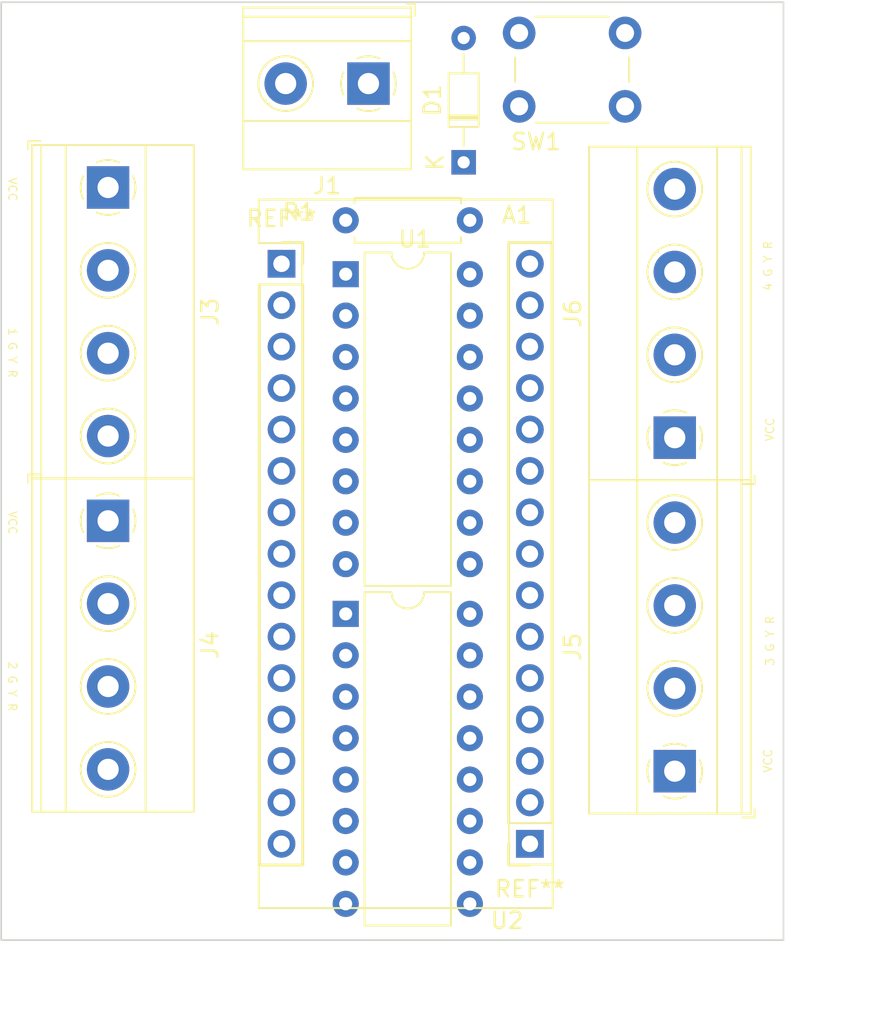
<source format=kicad_pcb>
(kicad_pcb (version 20171130) (host pcbnew "(5.1.12)-1")

  (general
    (thickness 1.6)
    (drawings 14)
    (tracks 0)
    (zones 0)
    (modules 17)
    (nets 48)
  )

  (page A4)
  (layers
    (0 F.Cu signal)
    (31 B.Cu signal)
    (32 B.Adhes user)
    (33 F.Adhes user)
    (34 B.Paste user)
    (35 F.Paste user)
    (36 B.SilkS user)
    (37 F.SilkS user)
    (38 B.Mask user)
    (39 F.Mask user)
    (40 Dwgs.User user)
    (41 Cmts.User user)
    (42 Eco1.User user)
    (43 Eco2.User user)
    (44 Edge.Cuts user)
    (45 Margin user)
    (46 B.CrtYd user)
    (47 F.CrtYd user)
    (48 B.Fab user)
    (49 F.Fab user hide)
  )

  (setup
    (last_trace_width 0.25)
    (trace_clearance 0.2)
    (zone_clearance 0.508)
    (zone_45_only no)
    (trace_min 0.2)
    (via_size 0.8)
    (via_drill 0.4)
    (via_min_size 0.4)
    (via_min_drill 0.3)
    (uvia_size 0.3)
    (uvia_drill 0.1)
    (uvias_allowed no)
    (uvia_min_size 0.2)
    (uvia_min_drill 0.1)
    (edge_width 0.1)
    (segment_width 0.2)
    (pcb_text_width 0.3)
    (pcb_text_size 1.5 1.5)
    (mod_edge_width 0.15)
    (mod_text_size 1 1)
    (mod_text_width 0.15)
    (pad_size 1.524 1.524)
    (pad_drill 0.762)
    (pad_to_mask_clearance 0)
    (aux_axis_origin 0 0)
    (visible_elements 7FFFFFFF)
    (pcbplotparams
      (layerselection 0x010fc_ffffffff)
      (usegerberextensions false)
      (usegerberattributes true)
      (usegerberadvancedattributes true)
      (creategerberjobfile true)
      (excludeedgelayer true)
      (linewidth 0.100000)
      (plotframeref false)
      (viasonmask false)
      (mode 1)
      (useauxorigin false)
      (hpglpennumber 1)
      (hpglpenspeed 20)
      (hpglpendiameter 15.000000)
      (psnegative false)
      (psa4output false)
      (plotreference true)
      (plotvalue true)
      (plotinvisibletext false)
      (padsonsilk false)
      (subtractmaskfromsilk false)
      (outputformat 1)
      (mirror false)
      (drillshape 1)
      (scaleselection 1)
      (outputdirectory ""))
  )

  (net 0 "")
  (net 1 "Net-(A1-Pad30)")
  (net 2 /S3R_IN)
  (net 3 GND)
  (net 4 /S3Y_IN)
  (net 5 "Net-(A1-Pad28)")
  (net 6 /S3G_IN)
  (net 7 +5V)
  (net 8 /S2R_IN)
  (net 9 "Net-(A1-Pad26)")
  (net 10 /S2Y_IN)
  (net 11 "Net-(A1-Pad25)")
  (net 12 /S2G_IN)
  (net 13 /S1R_IN)
  (net 14 "Net-(A1-Pad23)")
  (net 15 /S1Y_IN)
  (net 16 "Net-(A1-Pad22)")
  (net 17 /S1G_IN)
  (net 18 /S4G_IN)
  (net 19 "Net-(A1-Pad5)")
  (net 20 /S4Y_IN)
  (net 21 /S4R_IN)
  (net 22 "Net-(A1-Pad3)")
  (net 23 "Net-(A1-Pad18)")
  (net 24 "Net-(A1-Pad2)")
  (net 25 "Net-(A1-Pad17)")
  (net 26 "Net-(A1-Pad1)")
  (net 27 /S1R)
  (net 28 /S1Y)
  (net 29 /S1G)
  (net 30 VCC)
  (net 31 /S2R)
  (net 32 /S2Y)
  (net 33 /S2G)
  (net 34 /S3R)
  (net 35 /S3Y)
  (net 36 /S3G)
  (net 37 /S4R)
  (net 38 /S4Y)
  (net 39 /S4G)
  (net 40 "Net-(U1-Pad7)")
  (net 41 "Net-(U1-Pad10)")
  (net 42 "Net-(U2-Pad7)")
  (net 43 "Net-(U2-Pad10)")
  (net 44 "Net-(A1-Pad21)")
  (net 45 "Net-(A1-Pad20)")
  (net 46 "Net-(A1-Pad19)")
  (net 47 "Net-(D1-Pad2)")

  (net_class Default "This is the default net class."
    (clearance 0.2)
    (trace_width 0.25)
    (via_dia 0.8)
    (via_drill 0.4)
    (uvia_dia 0.3)
    (uvia_drill 0.1)
    (add_net +5V)
    (add_net /S1G)
    (add_net /S1G_IN)
    (add_net /S1R)
    (add_net /S1R_IN)
    (add_net /S1Y)
    (add_net /S1Y_IN)
    (add_net /S2G)
    (add_net /S2G_IN)
    (add_net /S2R)
    (add_net /S2R_IN)
    (add_net /S2Y)
    (add_net /S2Y_IN)
    (add_net /S3G)
    (add_net /S3G_IN)
    (add_net /S3R)
    (add_net /S3R_IN)
    (add_net /S3Y)
    (add_net /S3Y_IN)
    (add_net /S4G)
    (add_net /S4G_IN)
    (add_net /S4R)
    (add_net /S4R_IN)
    (add_net /S4Y)
    (add_net /S4Y_IN)
    (add_net GND)
    (add_net "Net-(A1-Pad1)")
    (add_net "Net-(A1-Pad17)")
    (add_net "Net-(A1-Pad18)")
    (add_net "Net-(A1-Pad19)")
    (add_net "Net-(A1-Pad2)")
    (add_net "Net-(A1-Pad20)")
    (add_net "Net-(A1-Pad21)")
    (add_net "Net-(A1-Pad22)")
    (add_net "Net-(A1-Pad23)")
    (add_net "Net-(A1-Pad25)")
    (add_net "Net-(A1-Pad26)")
    (add_net "Net-(A1-Pad28)")
    (add_net "Net-(A1-Pad3)")
    (add_net "Net-(A1-Pad30)")
    (add_net "Net-(A1-Pad5)")
    (add_net "Net-(D1-Pad2)")
    (add_net "Net-(U1-Pad10)")
    (add_net "Net-(U1-Pad7)")
    (add_net "Net-(U2-Pad10)")
    (add_net "Net-(U2-Pad7)")
    (add_net VCC)
  )

  (module Connector_PinSocket_2.54mm:PinSocket_1x15_P2.54mm_Vertical (layer F.Cu) (tedit 5A19A41D) (tstamp 623C2A67)
    (at 99.441 133.096 180)
    (descr "Through hole straight socket strip, 1x15, 2.54mm pitch, single row (from Kicad 4.0.7), script generated")
    (tags "Through hole socket strip THT 1x15 2.54mm single row")
    (fp_text reference REF** (at 0 -2.77) (layer F.SilkS)
      (effects (font (size 1 1) (thickness 0.15)))
    )
    (fp_text value PinSocket_1x15_P2.54mm_Vertical (at 0 38.33) (layer F.Fab)
      (effects (font (size 1 1) (thickness 0.15)))
    )
    (fp_line (start -1.27 -1.27) (end 0.635 -1.27) (layer F.Fab) (width 0.1))
    (fp_line (start 0.635 -1.27) (end 1.27 -0.635) (layer F.Fab) (width 0.1))
    (fp_line (start 1.27 -0.635) (end 1.27 36.83) (layer F.Fab) (width 0.1))
    (fp_line (start 1.27 36.83) (end -1.27 36.83) (layer F.Fab) (width 0.1))
    (fp_line (start -1.27 36.83) (end -1.27 -1.27) (layer F.Fab) (width 0.1))
    (fp_line (start -1.33 1.27) (end 1.33 1.27) (layer F.SilkS) (width 0.12))
    (fp_line (start -1.33 1.27) (end -1.33 36.89) (layer F.SilkS) (width 0.12))
    (fp_line (start -1.33 36.89) (end 1.33 36.89) (layer F.SilkS) (width 0.12))
    (fp_line (start 1.33 1.27) (end 1.33 36.89) (layer F.SilkS) (width 0.12))
    (fp_line (start 1.33 -1.33) (end 1.33 0) (layer F.SilkS) (width 0.12))
    (fp_line (start 0 -1.33) (end 1.33 -1.33) (layer F.SilkS) (width 0.12))
    (fp_line (start -1.8 -1.8) (end 1.75 -1.8) (layer F.CrtYd) (width 0.05))
    (fp_line (start 1.75 -1.8) (end 1.75 37.3) (layer F.CrtYd) (width 0.05))
    (fp_line (start 1.75 37.3) (end -1.8 37.3) (layer F.CrtYd) (width 0.05))
    (fp_line (start -1.8 37.3) (end -1.8 -1.8) (layer F.CrtYd) (width 0.05))
    (fp_text user %R (at 0 17.78 90) (layer F.Fab)
      (effects (font (size 1 1) (thickness 0.15)))
    )
    (pad 1 thru_hole rect (at 0 0 180) (size 1.7 1.7) (drill 1) (layers *.Cu *.Mask))
    (pad 2 thru_hole oval (at 0 2.54 180) (size 1.7 1.7) (drill 1) (layers *.Cu *.Mask))
    (pad 3 thru_hole oval (at 0 5.08 180) (size 1.7 1.7) (drill 1) (layers *.Cu *.Mask))
    (pad 4 thru_hole oval (at 0 7.62 180) (size 1.7 1.7) (drill 1) (layers *.Cu *.Mask))
    (pad 5 thru_hole oval (at 0 10.16 180) (size 1.7 1.7) (drill 1) (layers *.Cu *.Mask))
    (pad 6 thru_hole oval (at 0 12.7 180) (size 1.7 1.7) (drill 1) (layers *.Cu *.Mask))
    (pad 7 thru_hole oval (at 0 15.24 180) (size 1.7 1.7) (drill 1) (layers *.Cu *.Mask))
    (pad 8 thru_hole oval (at 0 17.78 180) (size 1.7 1.7) (drill 1) (layers *.Cu *.Mask))
    (pad 9 thru_hole oval (at 0 20.32 180) (size 1.7 1.7) (drill 1) (layers *.Cu *.Mask))
    (pad 10 thru_hole oval (at 0 22.86 180) (size 1.7 1.7) (drill 1) (layers *.Cu *.Mask))
    (pad 11 thru_hole oval (at 0 25.4 180) (size 1.7 1.7) (drill 1) (layers *.Cu *.Mask))
    (pad 12 thru_hole oval (at 0 27.94 180) (size 1.7 1.7) (drill 1) (layers *.Cu *.Mask))
    (pad 13 thru_hole oval (at 0 30.48 180) (size 1.7 1.7) (drill 1) (layers *.Cu *.Mask))
    (pad 14 thru_hole oval (at 0 33.02 180) (size 1.7 1.7) (drill 1) (layers *.Cu *.Mask))
    (pad 15 thru_hole oval (at 0 35.56 180) (size 1.7 1.7) (drill 1) (layers *.Cu *.Mask))
    (model ${KISYS3DMOD}/Connector_PinSocket_2.54mm.3dshapes/PinSocket_1x15_P2.54mm_Vertical.wrl
      (at (xyz 0 0 0))
      (scale (xyz 1 1 1))
      (rotate (xyz 0 0 0))
    )
  )

  (module Connector_PinSocket_2.54mm:PinSocket_1x15_P2.54mm_Vertical (layer F.Cu) (tedit 5A19A41D) (tstamp 623C2A66)
    (at 84.201 97.536)
    (descr "Through hole straight socket strip, 1x15, 2.54mm pitch, single row (from Kicad 4.0.7), script generated")
    (tags "Through hole socket strip THT 1x15 2.54mm single row")
    (fp_text reference REF** (at 0 -2.77) (layer F.SilkS)
      (effects (font (size 1 1) (thickness 0.15)))
    )
    (fp_text value PinSocket_1x15_P2.54mm_Vertical (at 0 38.33) (layer F.Fab)
      (effects (font (size 1 1) (thickness 0.15)))
    )
    (fp_text user %R (at 0 17.78 90) (layer F.Fab)
      (effects (font (size 1 1) (thickness 0.15)))
    )
    (fp_line (start -1.27 -1.27) (end 0.635 -1.27) (layer F.Fab) (width 0.1))
    (fp_line (start 0.635 -1.27) (end 1.27 -0.635) (layer F.Fab) (width 0.1))
    (fp_line (start 1.27 -0.635) (end 1.27 36.83) (layer F.Fab) (width 0.1))
    (fp_line (start 1.27 36.83) (end -1.27 36.83) (layer F.Fab) (width 0.1))
    (fp_line (start -1.27 36.83) (end -1.27 -1.27) (layer F.Fab) (width 0.1))
    (fp_line (start -1.33 1.27) (end 1.33 1.27) (layer F.SilkS) (width 0.12))
    (fp_line (start -1.33 1.27) (end -1.33 36.89) (layer F.SilkS) (width 0.12))
    (fp_line (start -1.33 36.89) (end 1.33 36.89) (layer F.SilkS) (width 0.12))
    (fp_line (start 1.33 1.27) (end 1.33 36.89) (layer F.SilkS) (width 0.12))
    (fp_line (start 1.33 -1.33) (end 1.33 0) (layer F.SilkS) (width 0.12))
    (fp_line (start 0 -1.33) (end 1.33 -1.33) (layer F.SilkS) (width 0.12))
    (fp_line (start -1.8 -1.8) (end 1.75 -1.8) (layer F.CrtYd) (width 0.05))
    (fp_line (start 1.75 -1.8) (end 1.75 37.3) (layer F.CrtYd) (width 0.05))
    (fp_line (start 1.75 37.3) (end -1.8 37.3) (layer F.CrtYd) (width 0.05))
    (fp_line (start -1.8 37.3) (end -1.8 -1.8) (layer F.CrtYd) (width 0.05))
    (pad 15 thru_hole oval (at 0 35.56) (size 1.7 1.7) (drill 1) (layers *.Cu *.Mask))
    (pad 14 thru_hole oval (at 0 33.02) (size 1.7 1.7) (drill 1) (layers *.Cu *.Mask))
    (pad 13 thru_hole oval (at 0 30.48) (size 1.7 1.7) (drill 1) (layers *.Cu *.Mask))
    (pad 12 thru_hole oval (at 0 27.94) (size 1.7 1.7) (drill 1) (layers *.Cu *.Mask))
    (pad 11 thru_hole oval (at 0 25.4) (size 1.7 1.7) (drill 1) (layers *.Cu *.Mask))
    (pad 10 thru_hole oval (at 0 22.86) (size 1.7 1.7) (drill 1) (layers *.Cu *.Mask))
    (pad 9 thru_hole oval (at 0 20.32) (size 1.7 1.7) (drill 1) (layers *.Cu *.Mask))
    (pad 8 thru_hole oval (at 0 17.78) (size 1.7 1.7) (drill 1) (layers *.Cu *.Mask))
    (pad 7 thru_hole oval (at 0 15.24) (size 1.7 1.7) (drill 1) (layers *.Cu *.Mask))
    (pad 6 thru_hole oval (at 0 12.7) (size 1.7 1.7) (drill 1) (layers *.Cu *.Mask))
    (pad 5 thru_hole oval (at 0 10.16) (size 1.7 1.7) (drill 1) (layers *.Cu *.Mask))
    (pad 4 thru_hole oval (at 0 7.62) (size 1.7 1.7) (drill 1) (layers *.Cu *.Mask))
    (pad 3 thru_hole oval (at 0 5.08) (size 1.7 1.7) (drill 1) (layers *.Cu *.Mask))
    (pad 2 thru_hole oval (at 0 2.54) (size 1.7 1.7) (drill 1) (layers *.Cu *.Mask))
    (pad 1 thru_hole rect (at 0 0) (size 1.7 1.7) (drill 1) (layers *.Cu *.Mask))
    (model ${KISYS3DMOD}/Connector_PinSocket_2.54mm.3dshapes/PinSocket_1x15_P2.54mm_Vertical.wrl
      (at (xyz 0 0 0))
      (scale (xyz 1 1 1))
      (rotate (xyz 0 0 0))
    )
  )

  (module Diode_THT:D_DO-34_SOD68_P7.62mm_Horizontal (layer F.Cu) (tedit 5AE50CD5) (tstamp 623C1491)
    (at 95.377 91.313 90)
    (descr "Diode, DO-34_SOD68 series, Axial, Horizontal, pin pitch=7.62mm, , length*diameter=3.04*1.6mm^2, , https://www.nxp.com/docs/en/data-sheet/KTY83_SER.pdf")
    (tags "Diode DO-34_SOD68 series Axial Horizontal pin pitch 7.62mm  length 3.04mm diameter 1.6mm")
    (path /626E5E89)
    (fp_text reference D1 (at 3.81 -1.92 90) (layer F.SilkS)
      (effects (font (size 1 1) (thickness 0.15)))
    )
    (fp_text value D (at 3.81 1.92 90) (layer F.Fab)
      (effects (font (size 1 1) (thickness 0.15)))
    )
    (fp_text user K (at 0 -1.75 90) (layer F.SilkS)
      (effects (font (size 1 1) (thickness 0.15)))
    )
    (fp_text user K (at 0 -1.75 90) (layer F.Fab)
      (effects (font (size 1 1) (thickness 0.15)))
    )
    (fp_text user %R (at 4.038 0 90) (layer F.Fab)
      (effects (font (size 0.608 0.608) (thickness 0.0912)))
    )
    (fp_line (start 2.29 -0.8) (end 2.29 0.8) (layer F.Fab) (width 0.1))
    (fp_line (start 2.29 0.8) (end 5.33 0.8) (layer F.Fab) (width 0.1))
    (fp_line (start 5.33 0.8) (end 5.33 -0.8) (layer F.Fab) (width 0.1))
    (fp_line (start 5.33 -0.8) (end 2.29 -0.8) (layer F.Fab) (width 0.1))
    (fp_line (start 0 0) (end 2.29 0) (layer F.Fab) (width 0.1))
    (fp_line (start 7.62 0) (end 5.33 0) (layer F.Fab) (width 0.1))
    (fp_line (start 2.746 -0.8) (end 2.746 0.8) (layer F.Fab) (width 0.1))
    (fp_line (start 2.846 -0.8) (end 2.846 0.8) (layer F.Fab) (width 0.1))
    (fp_line (start 2.646 -0.8) (end 2.646 0.8) (layer F.Fab) (width 0.1))
    (fp_line (start 2.17 -0.92) (end 2.17 0.92) (layer F.SilkS) (width 0.12))
    (fp_line (start 2.17 0.92) (end 5.45 0.92) (layer F.SilkS) (width 0.12))
    (fp_line (start 5.45 0.92) (end 5.45 -0.92) (layer F.SilkS) (width 0.12))
    (fp_line (start 5.45 -0.92) (end 2.17 -0.92) (layer F.SilkS) (width 0.12))
    (fp_line (start 0.99 0) (end 2.17 0) (layer F.SilkS) (width 0.12))
    (fp_line (start 6.63 0) (end 5.45 0) (layer F.SilkS) (width 0.12))
    (fp_line (start 2.746 -0.92) (end 2.746 0.92) (layer F.SilkS) (width 0.12))
    (fp_line (start 2.866 -0.92) (end 2.866 0.92) (layer F.SilkS) (width 0.12))
    (fp_line (start 2.626 -0.92) (end 2.626 0.92) (layer F.SilkS) (width 0.12))
    (fp_line (start -1 -1.05) (end -1 1.05) (layer F.CrtYd) (width 0.05))
    (fp_line (start -1 1.05) (end 8.63 1.05) (layer F.CrtYd) (width 0.05))
    (fp_line (start 8.63 1.05) (end 8.63 -1.05) (layer F.CrtYd) (width 0.05))
    (fp_line (start 8.63 -1.05) (end -1 -1.05) (layer F.CrtYd) (width 0.05))
    (pad 2 thru_hole oval (at 7.62 0 90) (size 1.5 1.5) (drill 0.75) (layers *.Cu *.Mask)
      (net 47 "Net-(D1-Pad2)"))
    (pad 1 thru_hole rect (at 0 0 90) (size 1.5 1.5) (drill 0.75) (layers *.Cu *.Mask)
      (net 30 VCC))
    (model ${KISYS3DMOD}/Diode_THT.3dshapes/D_DO-34_SOD68_P7.62mm_Horizontal.wrl
      (at (xyz 0 0 0))
      (scale (xyz 1 1 1))
      (rotate (xyz 0 0 0))
    )
  )

  (module TerminalBlock_Phoenix:TerminalBlock_Phoenix_MKDS-1,5-2-5.08_1x02_P5.08mm_Horizontal (layer F.Cu) (tedit 5B294EBC) (tstamp 623C00DA)
    (at 89.535 86.487 180)
    (descr "Terminal Block Phoenix MKDS-1,5-2-5.08, 2 pins, pitch 5.08mm, size 10.2x9.8mm^2, drill diamater 1.3mm, pad diameter 2.6mm, see http://www.farnell.com/datasheets/100425.pdf, script-generated using https://github.com/pointhi/kicad-footprint-generator/scripts/TerminalBlock_Phoenix")
    (tags "THT Terminal Block Phoenix MKDS-1,5-2-5.08 pitch 5.08mm size 10.2x9.8mm^2 drill 1.3mm pad 2.6mm")
    (path /626D8EFD)
    (fp_text reference J1 (at 2.54 -6.26) (layer F.SilkS)
      (effects (font (size 1 1) (thickness 0.15)))
    )
    (fp_text value Screw_Terminal_01x02 (at 2.54 5.66) (layer F.Fab)
      (effects (font (size 1 1) (thickness 0.15)))
    )
    (fp_line (start 8.13 -5.71) (end -3.04 -5.71) (layer F.CrtYd) (width 0.05))
    (fp_line (start 8.13 5.1) (end 8.13 -5.71) (layer F.CrtYd) (width 0.05))
    (fp_line (start -3.04 5.1) (end 8.13 5.1) (layer F.CrtYd) (width 0.05))
    (fp_line (start -3.04 -5.71) (end -3.04 5.1) (layer F.CrtYd) (width 0.05))
    (fp_line (start -2.84 4.9) (end -2.34 4.9) (layer F.SilkS) (width 0.12))
    (fp_line (start -2.84 4.16) (end -2.84 4.9) (layer F.SilkS) (width 0.12))
    (fp_line (start 3.853 1.023) (end 3.806 1.069) (layer F.SilkS) (width 0.12))
    (fp_line (start 6.15 -1.275) (end 6.115 -1.239) (layer F.SilkS) (width 0.12))
    (fp_line (start 4.046 1.239) (end 4.011 1.274) (layer F.SilkS) (width 0.12))
    (fp_line (start 6.355 -1.069) (end 6.308 -1.023) (layer F.SilkS) (width 0.12))
    (fp_line (start 6.035 -1.138) (end 3.943 0.955) (layer F.Fab) (width 0.1))
    (fp_line (start 6.218 -0.955) (end 4.126 1.138) (layer F.Fab) (width 0.1))
    (fp_line (start 0.955 -1.138) (end -1.138 0.955) (layer F.Fab) (width 0.1))
    (fp_line (start 1.138 -0.955) (end -0.955 1.138) (layer F.Fab) (width 0.1))
    (fp_line (start 7.68 -5.261) (end 7.68 4.66) (layer F.SilkS) (width 0.12))
    (fp_line (start -2.6 -5.261) (end -2.6 4.66) (layer F.SilkS) (width 0.12))
    (fp_line (start -2.6 4.66) (end 7.68 4.66) (layer F.SilkS) (width 0.12))
    (fp_line (start -2.6 -5.261) (end 7.68 -5.261) (layer F.SilkS) (width 0.12))
    (fp_line (start -2.6 -2.301) (end 7.68 -2.301) (layer F.SilkS) (width 0.12))
    (fp_line (start -2.54 -2.3) (end 7.62 -2.3) (layer F.Fab) (width 0.1))
    (fp_line (start -2.6 2.6) (end 7.68 2.6) (layer F.SilkS) (width 0.12))
    (fp_line (start -2.54 2.6) (end 7.62 2.6) (layer F.Fab) (width 0.1))
    (fp_line (start -2.6 4.1) (end 7.68 4.1) (layer F.SilkS) (width 0.12))
    (fp_line (start -2.54 4.1) (end 7.62 4.1) (layer F.Fab) (width 0.1))
    (fp_line (start -2.54 4.1) (end -2.54 -5.2) (layer F.Fab) (width 0.1))
    (fp_line (start -2.04 4.6) (end -2.54 4.1) (layer F.Fab) (width 0.1))
    (fp_line (start 7.62 4.6) (end -2.04 4.6) (layer F.Fab) (width 0.1))
    (fp_line (start 7.62 -5.2) (end 7.62 4.6) (layer F.Fab) (width 0.1))
    (fp_line (start -2.54 -5.2) (end 7.62 -5.2) (layer F.Fab) (width 0.1))
    (fp_circle (center 5.08 0) (end 6.76 0) (layer F.SilkS) (width 0.12))
    (fp_circle (center 5.08 0) (end 6.58 0) (layer F.Fab) (width 0.1))
    (fp_circle (center 0 0) (end 1.5 0) (layer F.Fab) (width 0.1))
    (fp_text user %R (at 2.54 3.2) (layer F.Fab)
      (effects (font (size 1 1) (thickness 0.15)))
    )
    (fp_arc (start 0 0) (end -0.684 1.535) (angle -25) (layer F.SilkS) (width 0.12))
    (fp_arc (start 0 0) (end -1.535 -0.684) (angle -48) (layer F.SilkS) (width 0.12))
    (fp_arc (start 0 0) (end 0.684 -1.535) (angle -48) (layer F.SilkS) (width 0.12))
    (fp_arc (start 0 0) (end 1.535 0.684) (angle -48) (layer F.SilkS) (width 0.12))
    (fp_arc (start 0 0) (end 0 1.68) (angle -24) (layer F.SilkS) (width 0.12))
    (pad 2 thru_hole circle (at 5.08 0 180) (size 2.6 2.6) (drill 1.3) (layers *.Cu *.Mask)
      (net 3 GND))
    (pad 1 thru_hole rect (at 0 0 180) (size 2.6 2.6) (drill 1.3) (layers *.Cu *.Mask)
      (net 47 "Net-(D1-Pad2)"))
    (model ${KISYS3DMOD}/TerminalBlock_Phoenix.3dshapes/TerminalBlock_Phoenix_MKDS-1,5-2-5.08_1x02_P5.08mm_Horizontal.wrl
      (at (xyz 0 0 0))
      (scale (xyz 1 1 1))
      (rotate (xyz 0 0 0))
    )
  )

  (module MountingHole:MountingHole_3.2mm_M3 (layer F.Cu) (tedit 56D1B4CB) (tstamp 623BA810)
    (at 111.5 85)
    (descr "Mounting Hole 3.2mm, no annular, M3")
    (tags "mounting hole 3.2mm no annular m3")
    (attr virtual)
    (fp_text reference REF** (at 0 -4.2) (layer F.Fab)
      (effects (font (size 1 1) (thickness 0.15)))
    )
    (fp_text value MountingHole_3.2mm_M3 (at 0 4.2) (layer F.Fab)
      (effects (font (size 1 1) (thickness 0.15)))
    )
    (fp_circle (center 0 0) (end 3.2 0) (layer Cmts.User) (width 0.15))
    (fp_circle (center 0 0) (end 3.45 0) (layer F.CrtYd) (width 0.05))
    (fp_text user %R (at 0.3 0) (layer F.Fab)
      (effects (font (size 1 1) (thickness 0.15)))
    )
    (pad 1 np_thru_hole circle (at 0 0) (size 3.2 3.2) (drill 3.2) (layers *.Cu *.Mask))
  )

  (module MountingHole:MountingHole_3.2mm_M3 (layer F.Cu) (tedit 56D1B4CB) (tstamp 623BA810)
    (at 70.5 85)
    (descr "Mounting Hole 3.2mm, no annular, M3")
    (tags "mounting hole 3.2mm no annular m3")
    (attr virtual)
    (fp_text reference REF** (at 0 -4.2) (layer F.Fab)
      (effects (font (size 1 1) (thickness 0.15)))
    )
    (fp_text value MountingHole_3.2mm_M3 (at 0 4.2) (layer F.Fab)
      (effects (font (size 1 1) (thickness 0.15)))
    )
    (fp_circle (center 0 0) (end 3.2 0) (layer Cmts.User) (width 0.15))
    (fp_circle (center 0 0) (end 3.45 0) (layer F.CrtYd) (width 0.05))
    (fp_text user %R (at 0.3 0) (layer F.Fab)
      (effects (font (size 1 1) (thickness 0.15)))
    )
    (pad 1 np_thru_hole circle (at 0 0) (size 3.2 3.2) (drill 3.2) (layers *.Cu *.Mask))
  )

  (module MountingHole:MountingHole_3.2mm_M3 (layer F.Cu) (tedit 56D1B4CB) (tstamp 623BA810)
    (at 70.5 135.5)
    (descr "Mounting Hole 3.2mm, no annular, M3")
    (tags "mounting hole 3.2mm no annular m3")
    (attr virtual)
    (fp_text reference REF** (at 0 -4.2) (layer F.Fab)
      (effects (font (size 1 1) (thickness 0.15)))
    )
    (fp_text value MountingHole_3.2mm_M3 (at 0 4.2) (layer F.Fab)
      (effects (font (size 1 1) (thickness 0.15)))
    )
    (fp_circle (center 0 0) (end 3.2 0) (layer Cmts.User) (width 0.15))
    (fp_circle (center 0 0) (end 3.45 0) (layer F.CrtYd) (width 0.05))
    (fp_text user %R (at 0.3 0) (layer F.Fab)
      (effects (font (size 1 1) (thickness 0.15)))
    )
    (pad 1 np_thru_hole circle (at 0 0) (size 3.2 3.2) (drill 3.2) (layers *.Cu *.Mask))
  )

  (module MountingHole:MountingHole_3.2mm_M3 (layer F.Cu) (tedit 56D1B4CB) (tstamp 623BA800)
    (at 111.5 135.5)
    (descr "Mounting Hole 3.2mm, no annular, M3")
    (tags "mounting hole 3.2mm no annular m3")
    (attr virtual)
    (fp_text reference REF** (at 0 -4.2) (layer F.Fab)
      (effects (font (size 1 1) (thickness 0.15)))
    )
    (fp_text value MountingHole_3.2mm_M3 (at 0 4.2) (layer F.Fab)
      (effects (font (size 1 1) (thickness 0.15)))
    )
    (fp_circle (center 0 0) (end 3.2 0) (layer Cmts.User) (width 0.15))
    (fp_circle (center 0 0) (end 3.45 0) (layer F.CrtYd) (width 0.05))
    (fp_text user %R (at 0.3 0) (layer F.Fab)
      (effects (font (size 1 1) (thickness 0.15)))
    )
    (pad 1 np_thru_hole circle (at 0 0) (size 3.2 3.2) (drill 3.2) (layers *.Cu *.Mask))
  )

  (module Button_Switch_THT:SW_PUSH_6mm_H4.3mm (layer F.Cu) (tedit 5A02FE31) (tstamp 623B8360)
    (at 105.283 87.884 180)
    (descr "tactile push button, 6x6mm e.g. PHAP33xx series, height=4.3mm")
    (tags "tact sw push 6mm")
    (path /624B0D84)
    (fp_text reference SW1 (at 5.461 -2.159) (layer F.SilkS)
      (effects (font (size 1 1) (thickness 0.15)))
    )
    (fp_text value SW_SPST (at 3.75 6.7) (layer F.Fab)
      (effects (font (size 1 1) (thickness 0.15)))
    )
    (fp_line (start 3.25 -0.75) (end 6.25 -0.75) (layer F.Fab) (width 0.1))
    (fp_line (start 6.25 -0.75) (end 6.25 5.25) (layer F.Fab) (width 0.1))
    (fp_line (start 6.25 5.25) (end 0.25 5.25) (layer F.Fab) (width 0.1))
    (fp_line (start 0.25 5.25) (end 0.25 -0.75) (layer F.Fab) (width 0.1))
    (fp_line (start 0.25 -0.75) (end 3.25 -0.75) (layer F.Fab) (width 0.1))
    (fp_line (start 7.75 6) (end 8 6) (layer F.CrtYd) (width 0.05))
    (fp_line (start 8 6) (end 8 5.75) (layer F.CrtYd) (width 0.05))
    (fp_line (start 7.75 -1.5) (end 8 -1.5) (layer F.CrtYd) (width 0.05))
    (fp_line (start 8 -1.5) (end 8 -1.25) (layer F.CrtYd) (width 0.05))
    (fp_line (start -1.5 -1.25) (end -1.5 -1.5) (layer F.CrtYd) (width 0.05))
    (fp_line (start -1.5 -1.5) (end -1.25 -1.5) (layer F.CrtYd) (width 0.05))
    (fp_line (start -1.5 5.75) (end -1.5 6) (layer F.CrtYd) (width 0.05))
    (fp_line (start -1.5 6) (end -1.25 6) (layer F.CrtYd) (width 0.05))
    (fp_line (start -1.25 -1.5) (end 7.75 -1.5) (layer F.CrtYd) (width 0.05))
    (fp_line (start -1.5 5.75) (end -1.5 -1.25) (layer F.CrtYd) (width 0.05))
    (fp_line (start 7.75 6) (end -1.25 6) (layer F.CrtYd) (width 0.05))
    (fp_line (start 8 -1.25) (end 8 5.75) (layer F.CrtYd) (width 0.05))
    (fp_line (start 1 5.5) (end 5.5 5.5) (layer F.SilkS) (width 0.12))
    (fp_line (start -0.25 1.5) (end -0.25 3) (layer F.SilkS) (width 0.12))
    (fp_line (start 5.5 -1) (end 1 -1) (layer F.SilkS) (width 0.12))
    (fp_line (start 6.75 3) (end 6.75 1.5) (layer F.SilkS) (width 0.12))
    (fp_circle (center 3.25 2.25) (end 1.25 2.5) (layer F.Fab) (width 0.1))
    (fp_text user %R (at 3.25 2.25) (layer F.Fab)
      (effects (font (size 1 1) (thickness 0.15)))
    )
    (pad 1 thru_hole circle (at 6.5 0 270) (size 2 2) (drill 1.1) (layers *.Cu *.Mask)
      (net 11 "Net-(A1-Pad25)"))
    (pad 2 thru_hole circle (at 6.5 4.5 270) (size 2 2) (drill 1.1) (layers *.Cu *.Mask)
      (net 3 GND))
    (pad 1 thru_hole circle (at 0 0 270) (size 2 2) (drill 1.1) (layers *.Cu *.Mask)
      (net 11 "Net-(A1-Pad25)"))
    (pad 2 thru_hole circle (at 0 4.5 270) (size 2 2) (drill 1.1) (layers *.Cu *.Mask)
      (net 3 GND))
    (model ${KISYS3DMOD}/Button_Switch_THT.3dshapes/SW_PUSH_6mm_H4.3mm.wrl
      (at (xyz 0 0 0))
      (scale (xyz 1 1 1))
      (rotate (xyz 0 0 0))
    )
  )

  (module Resistor_THT:R_Axial_DIN0207_L6.3mm_D2.5mm_P7.62mm_Horizontal (layer F.Cu) (tedit 5AE5139B) (tstamp 623B8341)
    (at 88.138 94.869)
    (descr "Resistor, Axial_DIN0207 series, Axial, Horizontal, pin pitch=7.62mm, 0.25W = 1/4W, length*diameter=6.3*2.5mm^2, http://cdn-reichelt.de/documents/datenblatt/B400/1_4W%23YAG.pdf")
    (tags "Resistor Axial_DIN0207 series Axial Horizontal pin pitch 7.62mm 0.25W = 1/4W length 6.3mm diameter 2.5mm")
    (path /624B1DC6)
    (fp_text reference R1 (at -2.88 -0.5) (layer F.SilkS)
      (effects (font (size 1 1) (thickness 0.15)))
    )
    (fp_text value R (at 3.81 2.37) (layer F.Fab)
      (effects (font (size 1 1) (thickness 0.15)))
    )
    (fp_line (start 0.66 -1.25) (end 0.66 1.25) (layer F.Fab) (width 0.1))
    (fp_line (start 0.66 1.25) (end 6.96 1.25) (layer F.Fab) (width 0.1))
    (fp_line (start 6.96 1.25) (end 6.96 -1.25) (layer F.Fab) (width 0.1))
    (fp_line (start 6.96 -1.25) (end 0.66 -1.25) (layer F.Fab) (width 0.1))
    (fp_line (start 0 0) (end 0.66 0) (layer F.Fab) (width 0.1))
    (fp_line (start 7.62 0) (end 6.96 0) (layer F.Fab) (width 0.1))
    (fp_line (start 0.54 -1.04) (end 0.54 -1.37) (layer F.SilkS) (width 0.12))
    (fp_line (start 0.54 -1.37) (end 7.08 -1.37) (layer F.SilkS) (width 0.12))
    (fp_line (start 7.08 -1.37) (end 7.08 -1.04) (layer F.SilkS) (width 0.12))
    (fp_line (start 0.54 1.04) (end 0.54 1.37) (layer F.SilkS) (width 0.12))
    (fp_line (start 0.54 1.37) (end 7.08 1.37) (layer F.SilkS) (width 0.12))
    (fp_line (start 7.08 1.37) (end 7.08 1.04) (layer F.SilkS) (width 0.12))
    (fp_line (start -1.05 -1.5) (end -1.05 1.5) (layer F.CrtYd) (width 0.05))
    (fp_line (start -1.05 1.5) (end 8.67 1.5) (layer F.CrtYd) (width 0.05))
    (fp_line (start 8.67 1.5) (end 8.67 -1.5) (layer F.CrtYd) (width 0.05))
    (fp_line (start 8.67 -1.5) (end -1.05 -1.5) (layer F.CrtYd) (width 0.05))
    (fp_text user %R (at 3.81 0) (layer F.Fab)
      (effects (font (size 1 1) (thickness 0.15)))
    )
    (pad 2 thru_hole oval (at 7.62 0) (size 1.6 1.6) (drill 0.8) (layers *.Cu *.Mask)
      (net 11 "Net-(A1-Pad25)"))
    (pad 1 thru_hole circle (at 0 0) (size 1.6 1.6) (drill 0.8) (layers *.Cu *.Mask)
      (net 7 +5V))
    (model ${KISYS3DMOD}/Resistor_THT.3dshapes/R_Axial_DIN0207_L6.3mm_D2.5mm_P7.62mm_Horizontal.wrl
      (at (xyz 0 0 0))
      (scale (xyz 1 1 1))
      (rotate (xyz 0 0 0))
    )
  )

  (module Package_DIP:DIP-16_W7.62mm (layer F.Cu) (tedit 5A02E8C5) (tstamp 623B6CCE)
    (at 88.138 118.999)
    (descr "16-lead though-hole mounted DIP package, row spacing 7.62 mm (300 mils)")
    (tags "THT DIP DIL PDIP 2.54mm 7.62mm 300mil")
    (path /62536256)
    (fp_text reference U2 (at 9.906 18.796) (layer F.SilkS)
      (effects (font (size 1 1) (thickness 0.15)))
    )
    (fp_text value ULN2003A (at 3.81 20.11) (layer F.Fab)
      (effects (font (size 1 1) (thickness 0.15)))
    )
    (fp_line (start 1.635 -1.27) (end 6.985 -1.27) (layer F.Fab) (width 0.1))
    (fp_line (start 6.985 -1.27) (end 6.985 19.05) (layer F.Fab) (width 0.1))
    (fp_line (start 6.985 19.05) (end 0.635 19.05) (layer F.Fab) (width 0.1))
    (fp_line (start 0.635 19.05) (end 0.635 -0.27) (layer F.Fab) (width 0.1))
    (fp_line (start 0.635 -0.27) (end 1.635 -1.27) (layer F.Fab) (width 0.1))
    (fp_line (start 2.81 -1.33) (end 1.16 -1.33) (layer F.SilkS) (width 0.12))
    (fp_line (start 1.16 -1.33) (end 1.16 19.11) (layer F.SilkS) (width 0.12))
    (fp_line (start 1.16 19.11) (end 6.46 19.11) (layer F.SilkS) (width 0.12))
    (fp_line (start 6.46 19.11) (end 6.46 -1.33) (layer F.SilkS) (width 0.12))
    (fp_line (start 6.46 -1.33) (end 4.81 -1.33) (layer F.SilkS) (width 0.12))
    (fp_line (start -1.1 -1.55) (end -1.1 19.3) (layer F.CrtYd) (width 0.05))
    (fp_line (start -1.1 19.3) (end 8.7 19.3) (layer F.CrtYd) (width 0.05))
    (fp_line (start 8.7 19.3) (end 8.7 -1.55) (layer F.CrtYd) (width 0.05))
    (fp_line (start 8.7 -1.55) (end -1.1 -1.55) (layer F.CrtYd) (width 0.05))
    (fp_text user %R (at 3.81 8.89) (layer F.Fab)
      (effects (font (size 1 1) (thickness 0.15)))
    )
    (fp_arc (start 3.81 -1.33) (end 2.81 -1.33) (angle -180) (layer F.SilkS) (width 0.12))
    (pad 16 thru_hole oval (at 7.62 0) (size 1.6 1.6) (drill 0.8) (layers *.Cu *.Mask)
      (net 37 /S4R))
    (pad 8 thru_hole oval (at 0 17.78) (size 1.6 1.6) (drill 0.8) (layers *.Cu *.Mask)
      (net 3 GND))
    (pad 15 thru_hole oval (at 7.62 2.54) (size 1.6 1.6) (drill 0.8) (layers *.Cu *.Mask)
      (net 38 /S4Y))
    (pad 7 thru_hole oval (at 0 15.24) (size 1.6 1.6) (drill 0.8) (layers *.Cu *.Mask)
      (net 42 "Net-(U2-Pad7)"))
    (pad 14 thru_hole oval (at 7.62 5.08) (size 1.6 1.6) (drill 0.8) (layers *.Cu *.Mask)
      (net 39 /S4G))
    (pad 6 thru_hole oval (at 0 12.7) (size 1.6 1.6) (drill 0.8) (layers *.Cu *.Mask)
      (net 6 /S3G_IN))
    (pad 13 thru_hole oval (at 7.62 7.62) (size 1.6 1.6) (drill 0.8) (layers *.Cu *.Mask)
      (net 34 /S3R))
    (pad 5 thru_hole oval (at 0 10.16) (size 1.6 1.6) (drill 0.8) (layers *.Cu *.Mask)
      (net 4 /S3Y_IN))
    (pad 12 thru_hole oval (at 7.62 10.16) (size 1.6 1.6) (drill 0.8) (layers *.Cu *.Mask)
      (net 35 /S3Y))
    (pad 4 thru_hole oval (at 0 7.62) (size 1.6 1.6) (drill 0.8) (layers *.Cu *.Mask)
      (net 2 /S3R_IN))
    (pad 11 thru_hole oval (at 7.62 12.7) (size 1.6 1.6) (drill 0.8) (layers *.Cu *.Mask)
      (net 36 /S3G))
    (pad 3 thru_hole oval (at 0 5.08) (size 1.6 1.6) (drill 0.8) (layers *.Cu *.Mask)
      (net 21 /S4R_IN))
    (pad 10 thru_hole oval (at 7.62 15.24) (size 1.6 1.6) (drill 0.8) (layers *.Cu *.Mask)
      (net 43 "Net-(U2-Pad10)"))
    (pad 2 thru_hole oval (at 0 2.54) (size 1.6 1.6) (drill 0.8) (layers *.Cu *.Mask)
      (net 20 /S4Y_IN))
    (pad 9 thru_hole oval (at 7.62 17.78) (size 1.6 1.6) (drill 0.8) (layers *.Cu *.Mask)
      (net 30 VCC))
    (pad 1 thru_hole rect (at 0 0) (size 1.6 1.6) (drill 0.8) (layers *.Cu *.Mask)
      (net 18 /S4G_IN))
    (model ${KISYS3DMOD}/Package_DIP.3dshapes/DIP-16_W7.62mm.wrl
      (at (xyz 0 0 0))
      (scale (xyz 1 1 1))
      (rotate (xyz 0 0 0))
    )
  )

  (module Package_DIP:DIP-16_W7.62mm (layer F.Cu) (tedit 5A02E8C5) (tstamp 623B6CAA)
    (at 88.138 98.171)
    (descr "16-lead though-hole mounted DIP package, row spacing 7.62 mm (300 mils)")
    (tags "THT DIP DIL PDIP 2.54mm 7.62mm 300mil")
    (path /62524260)
    (fp_text reference U1 (at 4.243 -2.147) (layer F.SilkS)
      (effects (font (size 1 1) (thickness 0.15)))
    )
    (fp_text value ULN2003A (at 3.81 20.11) (layer F.Fab)
      (effects (font (size 1 1) (thickness 0.15)))
    )
    (fp_line (start 1.635 -1.27) (end 6.985 -1.27) (layer F.Fab) (width 0.1))
    (fp_line (start 6.985 -1.27) (end 6.985 19.05) (layer F.Fab) (width 0.1))
    (fp_line (start 6.985 19.05) (end 0.635 19.05) (layer F.Fab) (width 0.1))
    (fp_line (start 0.635 19.05) (end 0.635 -0.27) (layer F.Fab) (width 0.1))
    (fp_line (start 0.635 -0.27) (end 1.635 -1.27) (layer F.Fab) (width 0.1))
    (fp_line (start 2.81 -1.33) (end 1.16 -1.33) (layer F.SilkS) (width 0.12))
    (fp_line (start 1.16 -1.33) (end 1.16 19.11) (layer F.SilkS) (width 0.12))
    (fp_line (start 1.16 19.11) (end 6.46 19.11) (layer F.SilkS) (width 0.12))
    (fp_line (start 6.46 19.11) (end 6.46 -1.33) (layer F.SilkS) (width 0.12))
    (fp_line (start 6.46 -1.33) (end 4.81 -1.33) (layer F.SilkS) (width 0.12))
    (fp_line (start -1.1 -1.55) (end -1.1 19.3) (layer F.CrtYd) (width 0.05))
    (fp_line (start -1.1 19.3) (end 8.7 19.3) (layer F.CrtYd) (width 0.05))
    (fp_line (start 8.7 19.3) (end 8.7 -1.55) (layer F.CrtYd) (width 0.05))
    (fp_line (start 8.7 -1.55) (end -1.1 -1.55) (layer F.CrtYd) (width 0.05))
    (fp_text user %R (at 3.81 8.89) (layer F.Fab)
      (effects (font (size 1 1) (thickness 0.15)))
    )
    (fp_arc (start 3.81 -1.33) (end 2.81 -1.33) (angle -180) (layer F.SilkS) (width 0.12))
    (pad 16 thru_hole oval (at 7.62 0) (size 1.6 1.6) (drill 0.8) (layers *.Cu *.Mask)
      (net 29 /S1G))
    (pad 8 thru_hole oval (at 0 17.78) (size 1.6 1.6) (drill 0.8) (layers *.Cu *.Mask)
      (net 3 GND))
    (pad 15 thru_hole oval (at 7.62 2.54) (size 1.6 1.6) (drill 0.8) (layers *.Cu *.Mask)
      (net 28 /S1Y))
    (pad 7 thru_hole oval (at 0 15.24) (size 1.6 1.6) (drill 0.8) (layers *.Cu *.Mask)
      (net 40 "Net-(U1-Pad7)"))
    (pad 14 thru_hole oval (at 7.62 5.08) (size 1.6 1.6) (drill 0.8) (layers *.Cu *.Mask)
      (net 27 /S1R))
    (pad 6 thru_hole oval (at 0 12.7) (size 1.6 1.6) (drill 0.8) (layers *.Cu *.Mask)
      (net 8 /S2R_IN))
    (pad 13 thru_hole oval (at 7.62 7.62) (size 1.6 1.6) (drill 0.8) (layers *.Cu *.Mask)
      (net 33 /S2G))
    (pad 5 thru_hole oval (at 0 10.16) (size 1.6 1.6) (drill 0.8) (layers *.Cu *.Mask)
      (net 10 /S2Y_IN))
    (pad 12 thru_hole oval (at 7.62 10.16) (size 1.6 1.6) (drill 0.8) (layers *.Cu *.Mask)
      (net 32 /S2Y))
    (pad 4 thru_hole oval (at 0 7.62) (size 1.6 1.6) (drill 0.8) (layers *.Cu *.Mask)
      (net 12 /S2G_IN))
    (pad 11 thru_hole oval (at 7.62 12.7) (size 1.6 1.6) (drill 0.8) (layers *.Cu *.Mask)
      (net 31 /S2R))
    (pad 3 thru_hole oval (at 0 5.08) (size 1.6 1.6) (drill 0.8) (layers *.Cu *.Mask)
      (net 13 /S1R_IN))
    (pad 10 thru_hole oval (at 7.62 15.24) (size 1.6 1.6) (drill 0.8) (layers *.Cu *.Mask)
      (net 41 "Net-(U1-Pad10)"))
    (pad 2 thru_hole oval (at 0 2.54) (size 1.6 1.6) (drill 0.8) (layers *.Cu *.Mask)
      (net 15 /S1Y_IN))
    (pad 9 thru_hole oval (at 7.62 17.78) (size 1.6 1.6) (drill 0.8) (layers *.Cu *.Mask)
      (net 30 VCC))
    (pad 1 thru_hole rect (at 0 0) (size 1.6 1.6) (drill 0.8) (layers *.Cu *.Mask)
      (net 17 /S1G_IN))
    (model ${KISYS3DMOD}/Package_DIP.3dshapes/DIP-16_W7.62mm.wrl
      (at (xyz 0 0 0))
      (scale (xyz 1 1 1))
      (rotate (xyz 0 0 0))
    )
  )

  (module TerminalBlock_Phoenix:TerminalBlock_Phoenix_MKDS-1,5-4-5.08_1x04_P5.08mm_Horizontal (layer F.Cu) (tedit 5B294EBC) (tstamp 623B6B3C)
    (at 108.331 108.196 90)
    (descr "Terminal Block Phoenix MKDS-1,5-4-5.08, 4 pins, pitch 5.08mm, size 20.3x9.8mm^2, drill diamater 1.3mm, pad diameter 2.6mm, see http://www.farnell.com/datasheets/100425.pdf, script-generated using https://github.com/pointhi/kicad-footprint-generator/scripts/TerminalBlock_Phoenix")
    (tags "THT Terminal Block Phoenix MKDS-1,5-4-5.08 pitch 5.08mm size 20.3x9.8mm^2 drill 1.3mm pad 2.6mm")
    (path /617B1C23)
    (fp_text reference J6 (at 7.62 -6.26 90) (layer F.SilkS)
      (effects (font (size 1 1) (thickness 0.15)))
    )
    (fp_text value leds (at 7.62 5.66 90) (layer F.Fab)
      (effects (font (size 1 1) (thickness 0.15)))
    )
    (fp_circle (center 0 0) (end 1.5 0) (layer F.Fab) (width 0.1))
    (fp_circle (center 5.08 0) (end 6.58 0) (layer F.Fab) (width 0.1))
    (fp_circle (center 5.08 0) (end 6.76 0) (layer F.SilkS) (width 0.12))
    (fp_circle (center 10.16 0) (end 11.66 0) (layer F.Fab) (width 0.1))
    (fp_circle (center 10.16 0) (end 11.84 0) (layer F.SilkS) (width 0.12))
    (fp_circle (center 15.24 0) (end 16.74 0) (layer F.Fab) (width 0.1))
    (fp_circle (center 15.24 0) (end 16.92 0) (layer F.SilkS) (width 0.12))
    (fp_line (start -2.54 -5.2) (end 17.78 -5.2) (layer F.Fab) (width 0.1))
    (fp_line (start 17.78 -5.2) (end 17.78 4.6) (layer F.Fab) (width 0.1))
    (fp_line (start 17.78 4.6) (end -2.04 4.6) (layer F.Fab) (width 0.1))
    (fp_line (start -2.04 4.6) (end -2.54 4.1) (layer F.Fab) (width 0.1))
    (fp_line (start -2.54 4.1) (end -2.54 -5.2) (layer F.Fab) (width 0.1))
    (fp_line (start -2.54 4.1) (end 17.78 4.1) (layer F.Fab) (width 0.1))
    (fp_line (start -2.6 4.1) (end 17.84 4.1) (layer F.SilkS) (width 0.12))
    (fp_line (start -2.54 2.6) (end 17.78 2.6) (layer F.Fab) (width 0.1))
    (fp_line (start -2.6 2.6) (end 17.84 2.6) (layer F.SilkS) (width 0.12))
    (fp_line (start -2.54 -2.3) (end 17.78 -2.3) (layer F.Fab) (width 0.1))
    (fp_line (start -2.6 -2.301) (end 17.84 -2.301) (layer F.SilkS) (width 0.12))
    (fp_line (start -2.6 -5.261) (end 17.84 -5.261) (layer F.SilkS) (width 0.12))
    (fp_line (start -2.6 4.66) (end 17.84 4.66) (layer F.SilkS) (width 0.12))
    (fp_line (start -2.6 -5.261) (end -2.6 4.66) (layer F.SilkS) (width 0.12))
    (fp_line (start 17.84 -5.261) (end 17.84 4.66) (layer F.SilkS) (width 0.12))
    (fp_line (start 1.138 -0.955) (end -0.955 1.138) (layer F.Fab) (width 0.1))
    (fp_line (start 0.955 -1.138) (end -1.138 0.955) (layer F.Fab) (width 0.1))
    (fp_line (start 6.218 -0.955) (end 4.126 1.138) (layer F.Fab) (width 0.1))
    (fp_line (start 6.035 -1.138) (end 3.943 0.955) (layer F.Fab) (width 0.1))
    (fp_line (start 6.355 -1.069) (end 6.308 -1.023) (layer F.SilkS) (width 0.12))
    (fp_line (start 4.046 1.239) (end 4.011 1.274) (layer F.SilkS) (width 0.12))
    (fp_line (start 6.15 -1.275) (end 6.115 -1.239) (layer F.SilkS) (width 0.12))
    (fp_line (start 3.853 1.023) (end 3.806 1.069) (layer F.SilkS) (width 0.12))
    (fp_line (start 11.298 -0.955) (end 9.206 1.138) (layer F.Fab) (width 0.1))
    (fp_line (start 11.115 -1.138) (end 9.023 0.955) (layer F.Fab) (width 0.1))
    (fp_line (start 11.435 -1.069) (end 11.388 -1.023) (layer F.SilkS) (width 0.12))
    (fp_line (start 9.126 1.239) (end 9.091 1.274) (layer F.SilkS) (width 0.12))
    (fp_line (start 11.23 -1.275) (end 11.195 -1.239) (layer F.SilkS) (width 0.12))
    (fp_line (start 8.933 1.023) (end 8.886 1.069) (layer F.SilkS) (width 0.12))
    (fp_line (start 16.378 -0.955) (end 14.286 1.138) (layer F.Fab) (width 0.1))
    (fp_line (start 16.195 -1.138) (end 14.103 0.955) (layer F.Fab) (width 0.1))
    (fp_line (start 16.515 -1.069) (end 16.468 -1.023) (layer F.SilkS) (width 0.12))
    (fp_line (start 14.206 1.239) (end 14.171 1.274) (layer F.SilkS) (width 0.12))
    (fp_line (start 16.31 -1.275) (end 16.275 -1.239) (layer F.SilkS) (width 0.12))
    (fp_line (start 14.013 1.023) (end 13.966 1.069) (layer F.SilkS) (width 0.12))
    (fp_line (start -2.84 4.16) (end -2.84 4.9) (layer F.SilkS) (width 0.12))
    (fp_line (start -2.84 4.9) (end -2.34 4.9) (layer F.SilkS) (width 0.12))
    (fp_line (start -3.04 -5.71) (end -3.04 5.1) (layer F.CrtYd) (width 0.05))
    (fp_line (start -3.04 5.1) (end 18.28 5.1) (layer F.CrtYd) (width 0.05))
    (fp_line (start 18.28 5.1) (end 18.28 -5.71) (layer F.CrtYd) (width 0.05))
    (fp_line (start 18.28 -5.71) (end -3.04 -5.71) (layer F.CrtYd) (width 0.05))
    (fp_text user %R (at 7.62 3.2 90) (layer F.Fab)
      (effects (font (size 1 1) (thickness 0.15)))
    )
    (fp_arc (start 0 0) (end -0.684 1.535) (angle -25) (layer F.SilkS) (width 0.12))
    (fp_arc (start 0 0) (end -1.535 -0.684) (angle -48) (layer F.SilkS) (width 0.12))
    (fp_arc (start 0 0) (end 0.684 -1.535) (angle -48) (layer F.SilkS) (width 0.12))
    (fp_arc (start 0 0) (end 1.535 0.684) (angle -48) (layer F.SilkS) (width 0.12))
    (fp_arc (start 0 0) (end 0 1.68) (angle -24) (layer F.SilkS) (width 0.12))
    (pad 4 thru_hole circle (at 15.24 0 90) (size 2.6 2.6) (drill 1.3) (layers *.Cu *.Mask)
      (net 37 /S4R))
    (pad 3 thru_hole circle (at 10.16 0 90) (size 2.6 2.6) (drill 1.3) (layers *.Cu *.Mask)
      (net 38 /S4Y))
    (pad 2 thru_hole circle (at 5.08 0 90) (size 2.6 2.6) (drill 1.3) (layers *.Cu *.Mask)
      (net 39 /S4G))
    (pad 1 thru_hole rect (at 0 0 90) (size 2.6 2.6) (drill 1.3) (layers *.Cu *.Mask)
      (net 30 VCC))
    (model ${KISYS3DMOD}/TerminalBlock_Phoenix.3dshapes/TerminalBlock_Phoenix_MKDS-1,5-4-5.08_1x04_P5.08mm_Horizontal.wrl
      (at (xyz 0 0 0))
      (scale (xyz 1 1 1))
      (rotate (xyz 0 0 0))
    )
  )

  (module TerminalBlock_Phoenix:TerminalBlock_Phoenix_MKDS-1,5-4-5.08_1x04_P5.08mm_Horizontal (layer F.Cu) (tedit 5B294EBC) (tstamp 623B6AFE)
    (at 108.331 128.643 90)
    (descr "Terminal Block Phoenix MKDS-1,5-4-5.08, 4 pins, pitch 5.08mm, size 20.3x9.8mm^2, drill diamater 1.3mm, pad diameter 2.6mm, see http://www.farnell.com/datasheets/100425.pdf, script-generated using https://github.com/pointhi/kicad-footprint-generator/scripts/TerminalBlock_Phoenix")
    (tags "THT Terminal Block Phoenix MKDS-1,5-4-5.08 pitch 5.08mm size 20.3x9.8mm^2 drill 1.3mm pad 2.6mm")
    (path /617B0C83)
    (fp_text reference J5 (at 7.62 -6.26 90) (layer F.SilkS)
      (effects (font (size 1 1) (thickness 0.15)))
    )
    (fp_text value leds (at 7.62 5.66 90) (layer F.Fab)
      (effects (font (size 1 1) (thickness 0.15)))
    )
    (fp_circle (center 0 0) (end 1.5 0) (layer F.Fab) (width 0.1))
    (fp_circle (center 5.08 0) (end 6.58 0) (layer F.Fab) (width 0.1))
    (fp_circle (center 5.08 0) (end 6.76 0) (layer F.SilkS) (width 0.12))
    (fp_circle (center 10.16 0) (end 11.66 0) (layer F.Fab) (width 0.1))
    (fp_circle (center 10.16 0) (end 11.84 0) (layer F.SilkS) (width 0.12))
    (fp_circle (center 15.24 0) (end 16.74 0) (layer F.Fab) (width 0.1))
    (fp_circle (center 15.24 0) (end 16.92 0) (layer F.SilkS) (width 0.12))
    (fp_line (start -2.54 -5.2) (end 17.78 -5.2) (layer F.Fab) (width 0.1))
    (fp_line (start 17.78 -5.2) (end 17.78 4.6) (layer F.Fab) (width 0.1))
    (fp_line (start 17.78 4.6) (end -2.04 4.6) (layer F.Fab) (width 0.1))
    (fp_line (start -2.04 4.6) (end -2.54 4.1) (layer F.Fab) (width 0.1))
    (fp_line (start -2.54 4.1) (end -2.54 -5.2) (layer F.Fab) (width 0.1))
    (fp_line (start -2.54 4.1) (end 17.78 4.1) (layer F.Fab) (width 0.1))
    (fp_line (start -2.6 4.1) (end 17.84 4.1) (layer F.SilkS) (width 0.12))
    (fp_line (start -2.54 2.6) (end 17.78 2.6) (layer F.Fab) (width 0.1))
    (fp_line (start -2.6 2.6) (end 17.84 2.6) (layer F.SilkS) (width 0.12))
    (fp_line (start -2.54 -2.3) (end 17.78 -2.3) (layer F.Fab) (width 0.1))
    (fp_line (start -2.6 -2.301) (end 17.84 -2.301) (layer F.SilkS) (width 0.12))
    (fp_line (start -2.6 -5.261) (end 17.84 -5.261) (layer F.SilkS) (width 0.12))
    (fp_line (start -2.6 4.66) (end 17.84 4.66) (layer F.SilkS) (width 0.12))
    (fp_line (start -2.6 -5.261) (end -2.6 4.66) (layer F.SilkS) (width 0.12))
    (fp_line (start 17.84 -5.261) (end 17.84 4.66) (layer F.SilkS) (width 0.12))
    (fp_line (start 1.138 -0.955) (end -0.955 1.138) (layer F.Fab) (width 0.1))
    (fp_line (start 0.955 -1.138) (end -1.138 0.955) (layer F.Fab) (width 0.1))
    (fp_line (start 6.218 -0.955) (end 4.126 1.138) (layer F.Fab) (width 0.1))
    (fp_line (start 6.035 -1.138) (end 3.943 0.955) (layer F.Fab) (width 0.1))
    (fp_line (start 6.355 -1.069) (end 6.308 -1.023) (layer F.SilkS) (width 0.12))
    (fp_line (start 4.046 1.239) (end 4.011 1.274) (layer F.SilkS) (width 0.12))
    (fp_line (start 6.15 -1.275) (end 6.115 -1.239) (layer F.SilkS) (width 0.12))
    (fp_line (start 3.853 1.023) (end 3.806 1.069) (layer F.SilkS) (width 0.12))
    (fp_line (start 11.298 -0.955) (end 9.206 1.138) (layer F.Fab) (width 0.1))
    (fp_line (start 11.115 -1.138) (end 9.023 0.955) (layer F.Fab) (width 0.1))
    (fp_line (start 11.435 -1.069) (end 11.388 -1.023) (layer F.SilkS) (width 0.12))
    (fp_line (start 9.126 1.239) (end 9.091 1.274) (layer F.SilkS) (width 0.12))
    (fp_line (start 11.23 -1.275) (end 11.195 -1.239) (layer F.SilkS) (width 0.12))
    (fp_line (start 8.933 1.023) (end 8.886 1.069) (layer F.SilkS) (width 0.12))
    (fp_line (start 16.378 -0.955) (end 14.286 1.138) (layer F.Fab) (width 0.1))
    (fp_line (start 16.195 -1.138) (end 14.103 0.955) (layer F.Fab) (width 0.1))
    (fp_line (start 16.515 -1.069) (end 16.468 -1.023) (layer F.SilkS) (width 0.12))
    (fp_line (start 14.206 1.239) (end 14.171 1.274) (layer F.SilkS) (width 0.12))
    (fp_line (start 16.31 -1.275) (end 16.275 -1.239) (layer F.SilkS) (width 0.12))
    (fp_line (start 14.013 1.023) (end 13.966 1.069) (layer F.SilkS) (width 0.12))
    (fp_line (start -2.84 4.16) (end -2.84 4.9) (layer F.SilkS) (width 0.12))
    (fp_line (start -2.84 4.9) (end -2.34 4.9) (layer F.SilkS) (width 0.12))
    (fp_line (start -3.04 -5.71) (end -3.04 5.1) (layer F.CrtYd) (width 0.05))
    (fp_line (start -3.04 5.1) (end 18.28 5.1) (layer F.CrtYd) (width 0.05))
    (fp_line (start 18.28 5.1) (end 18.28 -5.71) (layer F.CrtYd) (width 0.05))
    (fp_line (start 18.28 -5.71) (end -3.04 -5.71) (layer F.CrtYd) (width 0.05))
    (fp_text user %R (at 7.62 3.2 90) (layer F.Fab)
      (effects (font (size 1 1) (thickness 0.15)))
    )
    (fp_arc (start 0 0) (end -0.684 1.535) (angle -25) (layer F.SilkS) (width 0.12))
    (fp_arc (start 0 0) (end -1.535 -0.684) (angle -48) (layer F.SilkS) (width 0.12))
    (fp_arc (start 0 0) (end 0.684 -1.535) (angle -48) (layer F.SilkS) (width 0.12))
    (fp_arc (start 0 0) (end 1.535 0.684) (angle -48) (layer F.SilkS) (width 0.12))
    (fp_arc (start 0 0) (end 0 1.68) (angle -24) (layer F.SilkS) (width 0.12))
    (pad 4 thru_hole circle (at 15.24 0 90) (size 2.6 2.6) (drill 1.3) (layers *.Cu *.Mask)
      (net 34 /S3R))
    (pad 3 thru_hole circle (at 10.16 0 90) (size 2.6 2.6) (drill 1.3) (layers *.Cu *.Mask)
      (net 35 /S3Y))
    (pad 2 thru_hole circle (at 5.08 0 90) (size 2.6 2.6) (drill 1.3) (layers *.Cu *.Mask)
      (net 36 /S3G))
    (pad 1 thru_hole rect (at 0 0 90) (size 2.6 2.6) (drill 1.3) (layers *.Cu *.Mask)
      (net 30 VCC))
    (model ${KISYS3DMOD}/TerminalBlock_Phoenix.3dshapes/TerminalBlock_Phoenix_MKDS-1,5-4-5.08_1x04_P5.08mm_Horizontal.wrl
      (at (xyz 0 0 0))
      (scale (xyz 1 1 1))
      (rotate (xyz 0 0 0))
    )
  )

  (module TerminalBlock_Phoenix:TerminalBlock_Phoenix_MKDS-1,5-4-5.08_1x04_P5.08mm_Horizontal (layer F.Cu) (tedit 5B294EBC) (tstamp 623B6AC0)
    (at 73.558 113.292 270)
    (descr "Terminal Block Phoenix MKDS-1,5-4-5.08, 4 pins, pitch 5.08mm, size 20.3x9.8mm^2, drill diamater 1.3mm, pad diameter 2.6mm, see http://www.farnell.com/datasheets/100425.pdf, script-generated using https://github.com/pointhi/kicad-footprint-generator/scripts/TerminalBlock_Phoenix")
    (tags "THT Terminal Block Phoenix MKDS-1,5-4-5.08 pitch 5.08mm size 20.3x9.8mm^2 drill 1.3mm pad 2.6mm")
    (path /617AF4A7)
    (fp_text reference J4 (at 7.62 -6.26 90) (layer F.SilkS)
      (effects (font (size 1 1) (thickness 0.15)))
    )
    (fp_text value leds (at 7.62 5.66 90) (layer F.Fab)
      (effects (font (size 1 1) (thickness 0.15)))
    )
    (fp_circle (center 0 0) (end 1.5 0) (layer F.Fab) (width 0.1))
    (fp_circle (center 5.08 0) (end 6.58 0) (layer F.Fab) (width 0.1))
    (fp_circle (center 5.08 0) (end 6.76 0) (layer F.SilkS) (width 0.12))
    (fp_circle (center 10.16 0) (end 11.66 0) (layer F.Fab) (width 0.1))
    (fp_circle (center 10.16 0) (end 11.84 0) (layer F.SilkS) (width 0.12))
    (fp_circle (center 15.24 0) (end 16.74 0) (layer F.Fab) (width 0.1))
    (fp_circle (center 15.24 0) (end 16.92 0) (layer F.SilkS) (width 0.12))
    (fp_line (start -2.54 -5.2) (end 17.78 -5.2) (layer F.Fab) (width 0.1))
    (fp_line (start 17.78 -5.2) (end 17.78 4.6) (layer F.Fab) (width 0.1))
    (fp_line (start 17.78 4.6) (end -2.04 4.6) (layer F.Fab) (width 0.1))
    (fp_line (start -2.04 4.6) (end -2.54 4.1) (layer F.Fab) (width 0.1))
    (fp_line (start -2.54 4.1) (end -2.54 -5.2) (layer F.Fab) (width 0.1))
    (fp_line (start -2.54 4.1) (end 17.78 4.1) (layer F.Fab) (width 0.1))
    (fp_line (start -2.6 4.1) (end 17.84 4.1) (layer F.SilkS) (width 0.12))
    (fp_line (start -2.54 2.6) (end 17.78 2.6) (layer F.Fab) (width 0.1))
    (fp_line (start -2.6 2.6) (end 17.84 2.6) (layer F.SilkS) (width 0.12))
    (fp_line (start -2.54 -2.3) (end 17.78 -2.3) (layer F.Fab) (width 0.1))
    (fp_line (start -2.6 -2.301) (end 17.84 -2.301) (layer F.SilkS) (width 0.12))
    (fp_line (start -2.6 -5.261) (end 17.84 -5.261) (layer F.SilkS) (width 0.12))
    (fp_line (start -2.6 4.66) (end 17.84 4.66) (layer F.SilkS) (width 0.12))
    (fp_line (start -2.6 -5.261) (end -2.6 4.66) (layer F.SilkS) (width 0.12))
    (fp_line (start 17.84 -5.261) (end 17.84 4.66) (layer F.SilkS) (width 0.12))
    (fp_line (start 1.138 -0.955) (end -0.955 1.138) (layer F.Fab) (width 0.1))
    (fp_line (start 0.955 -1.138) (end -1.138 0.955) (layer F.Fab) (width 0.1))
    (fp_line (start 6.218 -0.955) (end 4.126 1.138) (layer F.Fab) (width 0.1))
    (fp_line (start 6.035 -1.138) (end 3.943 0.955) (layer F.Fab) (width 0.1))
    (fp_line (start 6.355 -1.069) (end 6.308 -1.023) (layer F.SilkS) (width 0.12))
    (fp_line (start 4.046 1.239) (end 4.011 1.274) (layer F.SilkS) (width 0.12))
    (fp_line (start 6.15 -1.275) (end 6.115 -1.239) (layer F.SilkS) (width 0.12))
    (fp_line (start 3.853 1.023) (end 3.806 1.069) (layer F.SilkS) (width 0.12))
    (fp_line (start 11.298 -0.955) (end 9.206 1.138) (layer F.Fab) (width 0.1))
    (fp_line (start 11.115 -1.138) (end 9.023 0.955) (layer F.Fab) (width 0.1))
    (fp_line (start 11.435 -1.069) (end 11.388 -1.023) (layer F.SilkS) (width 0.12))
    (fp_line (start 9.126 1.239) (end 9.091 1.274) (layer F.SilkS) (width 0.12))
    (fp_line (start 11.23 -1.275) (end 11.195 -1.239) (layer F.SilkS) (width 0.12))
    (fp_line (start 8.933 1.023) (end 8.886 1.069) (layer F.SilkS) (width 0.12))
    (fp_line (start 16.378 -0.955) (end 14.286 1.138) (layer F.Fab) (width 0.1))
    (fp_line (start 16.195 -1.138) (end 14.103 0.955) (layer F.Fab) (width 0.1))
    (fp_line (start 16.515 -1.069) (end 16.468 -1.023) (layer F.SilkS) (width 0.12))
    (fp_line (start 14.206 1.239) (end 14.171 1.274) (layer F.SilkS) (width 0.12))
    (fp_line (start 16.31 -1.275) (end 16.275 -1.239) (layer F.SilkS) (width 0.12))
    (fp_line (start 14.013 1.023) (end 13.966 1.069) (layer F.SilkS) (width 0.12))
    (fp_line (start -2.84 4.16) (end -2.84 4.9) (layer F.SilkS) (width 0.12))
    (fp_line (start -2.84 4.9) (end -2.34 4.9) (layer F.SilkS) (width 0.12))
    (fp_line (start -3.04 -5.71) (end -3.04 5.1) (layer F.CrtYd) (width 0.05))
    (fp_line (start -3.04 5.1) (end 18.28 5.1) (layer F.CrtYd) (width 0.05))
    (fp_line (start 18.28 5.1) (end 18.28 -5.71) (layer F.CrtYd) (width 0.05))
    (fp_line (start 18.28 -5.71) (end -3.04 -5.71) (layer F.CrtYd) (width 0.05))
    (fp_text user %R (at 7.62 3.2 90) (layer F.Fab)
      (effects (font (size 1 1) (thickness 0.15)))
    )
    (fp_arc (start 0 0) (end -0.684 1.535) (angle -25) (layer F.SilkS) (width 0.12))
    (fp_arc (start 0 0) (end -1.535 -0.684) (angle -48) (layer F.SilkS) (width 0.12))
    (fp_arc (start 0 0) (end 0.684 -1.535) (angle -48) (layer F.SilkS) (width 0.12))
    (fp_arc (start 0 0) (end 1.535 0.684) (angle -48) (layer F.SilkS) (width 0.12))
    (fp_arc (start 0 0) (end 0 1.68) (angle -24) (layer F.SilkS) (width 0.12))
    (pad 4 thru_hole circle (at 15.24 0 270) (size 2.6 2.6) (drill 1.3) (layers *.Cu *.Mask)
      (net 31 /S2R))
    (pad 3 thru_hole circle (at 10.16 0 270) (size 2.6 2.6) (drill 1.3) (layers *.Cu *.Mask)
      (net 32 /S2Y))
    (pad 2 thru_hole circle (at 5.08 0 270) (size 2.6 2.6) (drill 1.3) (layers *.Cu *.Mask)
      (net 33 /S2G))
    (pad 1 thru_hole rect (at 0 0 270) (size 2.6 2.6) (drill 1.3) (layers *.Cu *.Mask)
      (net 30 VCC))
    (model ${KISYS3DMOD}/TerminalBlock_Phoenix.3dshapes/TerminalBlock_Phoenix_MKDS-1,5-4-5.08_1x04_P5.08mm_Horizontal.wrl
      (at (xyz 0 0 0))
      (scale (xyz 1 1 1))
      (rotate (xyz 0 0 0))
    )
  )

  (module TerminalBlock_Phoenix:TerminalBlock_Phoenix_MKDS-1,5-4-5.08_1x04_P5.08mm_Horizontal (layer F.Cu) (tedit 5B294EBC) (tstamp 623B6A82)
    (at 73.558 92.857 270)
    (descr "Terminal Block Phoenix MKDS-1,5-4-5.08, 4 pins, pitch 5.08mm, size 20.3x9.8mm^2, drill diamater 1.3mm, pad diameter 2.6mm, see http://www.farnell.com/datasheets/100425.pdf, script-generated using https://github.com/pointhi/kicad-footprint-generator/scripts/TerminalBlock_Phoenix")
    (tags "THT Terminal Block Phoenix MKDS-1,5-4-5.08 pitch 5.08mm size 20.3x9.8mm^2 drill 1.3mm pad 2.6mm")
    (path /617A2760)
    (fp_text reference J3 (at 7.62 -6.26 90) (layer F.SilkS)
      (effects (font (size 1 1) (thickness 0.15)))
    )
    (fp_text value leds (at 7.62 5.66 90) (layer F.Fab)
      (effects (font (size 1 1) (thickness 0.15)))
    )
    (fp_circle (center 0 0) (end 1.5 0) (layer F.Fab) (width 0.1))
    (fp_circle (center 5.08 0) (end 6.58 0) (layer F.Fab) (width 0.1))
    (fp_circle (center 5.08 0) (end 6.76 0) (layer F.SilkS) (width 0.12))
    (fp_circle (center 10.16 0) (end 11.66 0) (layer F.Fab) (width 0.1))
    (fp_circle (center 10.16 0) (end 11.84 0) (layer F.SilkS) (width 0.12))
    (fp_circle (center 15.24 0) (end 16.74 0) (layer F.Fab) (width 0.1))
    (fp_circle (center 15.24 0) (end 16.92 0) (layer F.SilkS) (width 0.12))
    (fp_line (start -2.54 -5.2) (end 17.78 -5.2) (layer F.Fab) (width 0.1))
    (fp_line (start 17.78 -5.2) (end 17.78 4.6) (layer F.Fab) (width 0.1))
    (fp_line (start 17.78 4.6) (end -2.04 4.6) (layer F.Fab) (width 0.1))
    (fp_line (start -2.04 4.6) (end -2.54 4.1) (layer F.Fab) (width 0.1))
    (fp_line (start -2.54 4.1) (end -2.54 -5.2) (layer F.Fab) (width 0.1))
    (fp_line (start -2.54 4.1) (end 17.78 4.1) (layer F.Fab) (width 0.1))
    (fp_line (start -2.6 4.1) (end 17.84 4.1) (layer F.SilkS) (width 0.12))
    (fp_line (start -2.54 2.6) (end 17.78 2.6) (layer F.Fab) (width 0.1))
    (fp_line (start -2.6 2.6) (end 17.84 2.6) (layer F.SilkS) (width 0.12))
    (fp_line (start -2.54 -2.3) (end 17.78 -2.3) (layer F.Fab) (width 0.1))
    (fp_line (start -2.6 -2.301) (end 17.84 -2.301) (layer F.SilkS) (width 0.12))
    (fp_line (start -2.6 -5.261) (end 17.84 -5.261) (layer F.SilkS) (width 0.12))
    (fp_line (start -2.6 4.66) (end 17.84 4.66) (layer F.SilkS) (width 0.12))
    (fp_line (start -2.6 -5.261) (end -2.6 4.66) (layer F.SilkS) (width 0.12))
    (fp_line (start 17.84 -5.261) (end 17.84 4.66) (layer F.SilkS) (width 0.12))
    (fp_line (start 1.138 -0.955) (end -0.955 1.138) (layer F.Fab) (width 0.1))
    (fp_line (start 0.955 -1.138) (end -1.138 0.955) (layer F.Fab) (width 0.1))
    (fp_line (start 6.218 -0.955) (end 4.126 1.138) (layer F.Fab) (width 0.1))
    (fp_line (start 6.035 -1.138) (end 3.943 0.955) (layer F.Fab) (width 0.1))
    (fp_line (start 6.355 -1.069) (end 6.308 -1.023) (layer F.SilkS) (width 0.12))
    (fp_line (start 4.046 1.239) (end 4.011 1.274) (layer F.SilkS) (width 0.12))
    (fp_line (start 6.15 -1.275) (end 6.115 -1.239) (layer F.SilkS) (width 0.12))
    (fp_line (start 3.853 1.023) (end 3.806 1.069) (layer F.SilkS) (width 0.12))
    (fp_line (start 11.298 -0.955) (end 9.206 1.138) (layer F.Fab) (width 0.1))
    (fp_line (start 11.115 -1.138) (end 9.023 0.955) (layer F.Fab) (width 0.1))
    (fp_line (start 11.435 -1.069) (end 11.388 -1.023) (layer F.SilkS) (width 0.12))
    (fp_line (start 9.126 1.239) (end 9.091 1.274) (layer F.SilkS) (width 0.12))
    (fp_line (start 11.23 -1.275) (end 11.195 -1.239) (layer F.SilkS) (width 0.12))
    (fp_line (start 8.933 1.023) (end 8.886 1.069) (layer F.SilkS) (width 0.12))
    (fp_line (start 16.378 -0.955) (end 14.286 1.138) (layer F.Fab) (width 0.1))
    (fp_line (start 16.195 -1.138) (end 14.103 0.955) (layer F.Fab) (width 0.1))
    (fp_line (start 16.515 -1.069) (end 16.468 -1.023) (layer F.SilkS) (width 0.12))
    (fp_line (start 14.206 1.239) (end 14.171 1.274) (layer F.SilkS) (width 0.12))
    (fp_line (start 16.31 -1.275) (end 16.275 -1.239) (layer F.SilkS) (width 0.12))
    (fp_line (start 14.013 1.023) (end 13.966 1.069) (layer F.SilkS) (width 0.12))
    (fp_line (start -2.84 4.16) (end -2.84 4.9) (layer F.SilkS) (width 0.12))
    (fp_line (start -2.84 4.9) (end -2.34 4.9) (layer F.SilkS) (width 0.12))
    (fp_line (start -3.04 -5.71) (end -3.04 5.1) (layer F.CrtYd) (width 0.05))
    (fp_line (start -3.04 5.1) (end 18.28 5.1) (layer F.CrtYd) (width 0.05))
    (fp_line (start 18.28 5.1) (end 18.28 -5.71) (layer F.CrtYd) (width 0.05))
    (fp_line (start 18.28 -5.71) (end -3.04 -5.71) (layer F.CrtYd) (width 0.05))
    (fp_text user %R (at 7.62 3.2 90) (layer F.Fab)
      (effects (font (size 1 1) (thickness 0.15)))
    )
    (fp_arc (start 0 0) (end -0.684 1.535) (angle -25) (layer F.SilkS) (width 0.12))
    (fp_arc (start 0 0) (end -1.535 -0.684) (angle -48) (layer F.SilkS) (width 0.12))
    (fp_arc (start 0 0) (end 0.684 -1.535) (angle -48) (layer F.SilkS) (width 0.12))
    (fp_arc (start 0 0) (end 1.535 0.684) (angle -48) (layer F.SilkS) (width 0.12))
    (fp_arc (start 0 0) (end 0 1.68) (angle -24) (layer F.SilkS) (width 0.12))
    (pad 4 thru_hole circle (at 15.24 0 270) (size 2.6 2.6) (drill 1.3) (layers *.Cu *.Mask)
      (net 27 /S1R))
    (pad 3 thru_hole circle (at 10.16 0 270) (size 2.6 2.6) (drill 1.3) (layers *.Cu *.Mask)
      (net 28 /S1Y))
    (pad 2 thru_hole circle (at 5.08 0 270) (size 2.6 2.6) (drill 1.3) (layers *.Cu *.Mask)
      (net 29 /S1G))
    (pad 1 thru_hole rect (at 0 0 270) (size 2.6 2.6) (drill 1.3) (layers *.Cu *.Mask)
      (net 30 VCC))
    (model ${KISYS3DMOD}/TerminalBlock_Phoenix.3dshapes/TerminalBlock_Phoenix_MKDS-1,5-4-5.08_1x04_P5.08mm_Horizontal.wrl
      (at (xyz 0 0 0))
      (scale (xyz 1 1 1))
      (rotate (xyz 0 0 0))
    )
  )

  (module Module:Arduino_Nano (layer F.Cu) (tedit 58ACAF70) (tstamp 623B6A44)
    (at 84.201 97.536)
    (descr "Arduino Nano, http://www.mouser.com/pdfdocs/Gravitech_Arduino_Nano3_0.pdf")
    (tags "Arduino Nano")
    (path /62322348)
    (fp_text reference A1 (at 14.434 -2.988) (layer F.SilkS)
      (effects (font (size 1 1) (thickness 0.15)))
    )
    (fp_text value Arduino_Nano_v2.x (at 8.89 19.05 -270) (layer F.Fab)
      (effects (font (size 1 1) (thickness 0.15)))
    )
    (fp_line (start 1.27 1.27) (end 1.27 -1.27) (layer F.SilkS) (width 0.12))
    (fp_line (start 1.27 -1.27) (end -1.4 -1.27) (layer F.SilkS) (width 0.12))
    (fp_line (start -1.4 1.27) (end -1.4 39.5) (layer F.SilkS) (width 0.12))
    (fp_line (start -1.4 -3.94) (end -1.4 -1.27) (layer F.SilkS) (width 0.12))
    (fp_line (start 13.97 -1.27) (end 16.64 -1.27) (layer F.SilkS) (width 0.12))
    (fp_line (start 13.97 -1.27) (end 13.97 36.83) (layer F.SilkS) (width 0.12))
    (fp_line (start 13.97 36.83) (end 16.64 36.83) (layer F.SilkS) (width 0.12))
    (fp_line (start 1.27 1.27) (end -1.4 1.27) (layer F.SilkS) (width 0.12))
    (fp_line (start 1.27 1.27) (end 1.27 36.83) (layer F.SilkS) (width 0.12))
    (fp_line (start 1.27 36.83) (end -1.4 36.83) (layer F.SilkS) (width 0.12))
    (fp_line (start 3.81 31.75) (end 11.43 31.75) (layer F.Fab) (width 0.1))
    (fp_line (start 11.43 31.75) (end 11.43 41.91) (layer F.Fab) (width 0.1))
    (fp_line (start 11.43 41.91) (end 3.81 41.91) (layer F.Fab) (width 0.1))
    (fp_line (start 3.81 41.91) (end 3.81 31.75) (layer F.Fab) (width 0.1))
    (fp_line (start -1.4 39.5) (end 16.64 39.5) (layer F.SilkS) (width 0.12))
    (fp_line (start 16.64 39.5) (end 16.64 -3.94) (layer F.SilkS) (width 0.12))
    (fp_line (start 16.64 -3.94) (end -1.4 -3.94) (layer F.SilkS) (width 0.12))
    (fp_line (start 16.51 39.37) (end -1.27 39.37) (layer F.Fab) (width 0.1))
    (fp_line (start -1.27 39.37) (end -1.27 -2.54) (layer F.Fab) (width 0.1))
    (fp_line (start -1.27 -2.54) (end 0 -3.81) (layer F.Fab) (width 0.1))
    (fp_line (start 0 -3.81) (end 16.51 -3.81) (layer F.Fab) (width 0.1))
    (fp_line (start 16.51 -3.81) (end 16.51 39.37) (layer F.Fab) (width 0.1))
    (fp_line (start -1.53 -4.06) (end 16.75 -4.06) (layer F.CrtYd) (width 0.05))
    (fp_line (start -1.53 -4.06) (end -1.53 42.16) (layer F.CrtYd) (width 0.05))
    (fp_line (start 16.75 42.16) (end 16.75 -4.06) (layer F.CrtYd) (width 0.05))
    (fp_line (start 16.75 42.16) (end -1.53 42.16) (layer F.CrtYd) (width 0.05))
    (fp_text user %R (at 6.35 19.05 -270) (layer F.Fab)
      (effects (font (size 1 1) (thickness 0.15)))
    )
    (pad 16 thru_hole oval (at 15.24 35.56) (size 1.6 1.6) (drill 1) (layers *.Cu *.Mask)
      (net 6 /S3G_IN))
    (pad 15 thru_hole oval (at 0 35.56) (size 1.6 1.6) (drill 1) (layers *.Cu *.Mask)
      (net 2 /S3R_IN))
    (pad 30 thru_hole oval (at 15.24 0) (size 1.6 1.6) (drill 1) (layers *.Cu *.Mask)
      (net 1 "Net-(A1-Pad30)"))
    (pad 14 thru_hole oval (at 0 33.02) (size 1.6 1.6) (drill 1) (layers *.Cu *.Mask)
      (net 21 /S4R_IN))
    (pad 29 thru_hole oval (at 15.24 2.54) (size 1.6 1.6) (drill 1) (layers *.Cu *.Mask)
      (net 3 GND))
    (pad 13 thru_hole oval (at 0 30.48) (size 1.6 1.6) (drill 1) (layers *.Cu *.Mask)
      (net 20 /S4Y_IN))
    (pad 28 thru_hole oval (at 15.24 5.08) (size 1.6 1.6) (drill 1) (layers *.Cu *.Mask)
      (net 5 "Net-(A1-Pad28)"))
    (pad 12 thru_hole oval (at 0 27.94) (size 1.6 1.6) (drill 1) (layers *.Cu *.Mask)
      (net 18 /S4G_IN))
    (pad 27 thru_hole oval (at 15.24 7.62) (size 1.6 1.6) (drill 1) (layers *.Cu *.Mask)
      (net 7 +5V))
    (pad 11 thru_hole oval (at 0 25.4) (size 1.6 1.6) (drill 1) (layers *.Cu *.Mask)
      (net 8 /S2R_IN))
    (pad 26 thru_hole oval (at 15.24 10.16) (size 1.6 1.6) (drill 1) (layers *.Cu *.Mask)
      (net 9 "Net-(A1-Pad26)"))
    (pad 10 thru_hole oval (at 0 22.86) (size 1.6 1.6) (drill 1) (layers *.Cu *.Mask)
      (net 10 /S2Y_IN))
    (pad 25 thru_hole oval (at 15.24 12.7) (size 1.6 1.6) (drill 1) (layers *.Cu *.Mask)
      (net 11 "Net-(A1-Pad25)"))
    (pad 9 thru_hole oval (at 0 20.32) (size 1.6 1.6) (drill 1) (layers *.Cu *.Mask)
      (net 12 /S2G_IN))
    (pad 24 thru_hole oval (at 15.24 15.24) (size 1.6 1.6) (drill 1) (layers *.Cu *.Mask)
      (net 4 /S3Y_IN))
    (pad 8 thru_hole oval (at 0 17.78) (size 1.6 1.6) (drill 1) (layers *.Cu *.Mask)
      (net 13 /S1R_IN))
    (pad 23 thru_hole oval (at 15.24 17.78) (size 1.6 1.6) (drill 1) (layers *.Cu *.Mask)
      (net 14 "Net-(A1-Pad23)"))
    (pad 7 thru_hole oval (at 0 15.24) (size 1.6 1.6) (drill 1) (layers *.Cu *.Mask)
      (net 15 /S1Y_IN))
    (pad 22 thru_hole oval (at 15.24 20.32) (size 1.6 1.6) (drill 1) (layers *.Cu *.Mask)
      (net 16 "Net-(A1-Pad22)"))
    (pad 6 thru_hole oval (at 0 12.7) (size 1.6 1.6) (drill 1) (layers *.Cu *.Mask)
      (net 17 /S1G_IN))
    (pad 21 thru_hole oval (at 15.24 22.86) (size 1.6 1.6) (drill 1) (layers *.Cu *.Mask)
      (net 44 "Net-(A1-Pad21)"))
    (pad 5 thru_hole oval (at 0 10.16) (size 1.6 1.6) (drill 1) (layers *.Cu *.Mask)
      (net 19 "Net-(A1-Pad5)"))
    (pad 20 thru_hole oval (at 15.24 25.4) (size 1.6 1.6) (drill 1) (layers *.Cu *.Mask)
      (net 45 "Net-(A1-Pad20)"))
    (pad 4 thru_hole oval (at 0 7.62) (size 1.6 1.6) (drill 1) (layers *.Cu *.Mask)
      (net 3 GND))
    (pad 19 thru_hole oval (at 15.24 27.94) (size 1.6 1.6) (drill 1) (layers *.Cu *.Mask)
      (net 46 "Net-(A1-Pad19)"))
    (pad 3 thru_hole oval (at 0 5.08) (size 1.6 1.6) (drill 1) (layers *.Cu *.Mask)
      (net 22 "Net-(A1-Pad3)"))
    (pad 18 thru_hole oval (at 15.24 30.48) (size 1.6 1.6) (drill 1) (layers *.Cu *.Mask)
      (net 23 "Net-(A1-Pad18)"))
    (pad 2 thru_hole oval (at 0 2.54) (size 1.6 1.6) (drill 1) (layers *.Cu *.Mask)
      (net 24 "Net-(A1-Pad2)"))
    (pad 17 thru_hole oval (at 15.24 33.02) (size 1.6 1.6) (drill 1) (layers *.Cu *.Mask)
      (net 25 "Net-(A1-Pad17)"))
    (pad 1 thru_hole rect (at 0 0) (size 1.6 1.6) (drill 1) (layers *.Cu *.Mask)
      (net 26 "Net-(A1-Pad1)"))
    (model ${KISYS3DMOD}/Module.3dshapes/Arduino_Nano_WithMountingHoles.wrl
      (at (xyz 0 0 0))
      (scale (xyz 1 1 1))
      (rotate (xyz 0 0 0))
    )
  )

  (gr_text "4 G Y R" (at 114.046 97.663 90) (layer F.SilkS) (tstamp 623C233B)
    (effects (font (size 0.5 0.5) (thickness 0.075)))
  )
  (gr_text "3 G Y R" (at 114.173 120.65 90) (layer F.SilkS) (tstamp 623C233B)
    (effects (font (size 0.5 0.5) (thickness 0.075)))
  )
  (gr_text "2 G Y R" (at 67.691 123.444 -90) (layer F.SilkS) (tstamp 623C233B)
    (effects (font (size 0.5 0.5) (thickness 0.075)))
  )
  (gr_text "1 G Y R" (at 67.691 102.997 -90) (layer F.SilkS) (tstamp 623C232A)
    (effects (font (size 0.5 0.5) (thickness 0.075)))
  )
  (gr_text VCC (at 67.691 92.964 270) (layer F.SilkS) (tstamp 623C232A)
    (effects (font (size 0.5 0.5) (thickness 0.075)))
  )
  (gr_text VCC (at 67.691 113.411 270) (layer F.SilkS) (tstamp 623C232A)
    (effects (font (size 0.5 0.5) (thickness 0.075)))
  )
  (gr_text VCC (at 114.046 128.016 90) (layer F.SilkS) (tstamp 623C232A)
    (effects (font (size 0.5 0.5) (thickness 0.075)))
  )
  (gr_text VCC (at 114.173 107.696 90) (layer F.SilkS)
    (effects (font (size 0.5 0.5) (thickness 0.075)))
  )
  (dimension 57.5 (width 0.15) (layer Dwgs.User)
    (gr_text "57,500 mm" (at 120.299 110.25 90) (layer Dwgs.User)
      (effects (font (size 1 1) (thickness 0.15)))
    )
    (feature1 (pts (xy 115 81.5) (xy 119.585421 81.5)))
    (feature2 (pts (xy 115 139) (xy 119.585421 139)))
    (crossbar (pts (xy 118.999 139) (xy 118.999 81.5)))
    (arrow1a (pts (xy 118.999 81.5) (xy 119.585421 82.626504)))
    (arrow1b (pts (xy 118.999 81.5) (xy 118.412579 82.626504)))
    (arrow2a (pts (xy 118.999 139) (xy 119.585421 137.873496)))
    (arrow2b (pts (xy 118.999 139) (xy 118.412579 137.873496)))
  )
  (dimension 48 (width 0.15) (layer Dwgs.User)
    (gr_text "48,000 mm" (at 91 144.799999) (layer Dwgs.User)
      (effects (font (size 1 1) (thickness 0.15)))
    )
    (feature1 (pts (xy 115 139) (xy 115 144.08642)))
    (feature2 (pts (xy 67 139) (xy 67 144.08642)))
    (crossbar (pts (xy 67 143.499999) (xy 115 143.499999)))
    (arrow1a (pts (xy 115 143.499999) (xy 113.873496 144.08642)))
    (arrow1b (pts (xy 115 143.499999) (xy 113.873496 142.913578)))
    (arrow2a (pts (xy 67 143.499999) (xy 68.126504 144.08642)))
    (arrow2b (pts (xy 67 143.499999) (xy 68.126504 142.913578)))
  )
  (gr_line (start 67 139) (end 115 139) (layer Edge.Cuts) (width 0.1) (tstamp 623BBF63))
  (gr_line (start 115 81.5) (end 115 139) (layer Edge.Cuts) (width 0.1))
  (gr_line (start 67 81.5) (end 115 81.5) (layer Edge.Cuts) (width 0.1))
  (gr_line (start 67 139) (end 67 81.5) (layer Edge.Cuts) (width 0.1))

)

</source>
